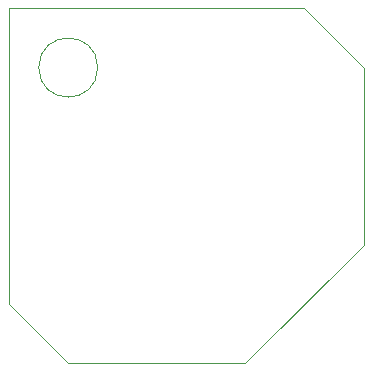
<source format=gbr>
%TF.GenerationSoftware,KiCad,Pcbnew,(5.1.9-0-10_14)*%
%TF.CreationDate,2021-04-10T21:21:16-04:00*%
%TF.ProjectId,Hexo,4865786f-2e6b-4696-9361-645f70636258,1*%
%TF.SameCoordinates,Original*%
%TF.FileFunction,Profile,NP*%
%FSLAX46Y46*%
G04 Gerber Fmt 4.6, Leading zero omitted, Abs format (unit mm)*
G04 Created by KiCad (PCBNEW (5.1.9-0-10_14)) date 2021-04-10 21:21:16*
%MOMM*%
%LPD*%
G01*
G04 APERTURE LIST*
%TA.AperFunction,Profile*%
%ADD10C,0.050000*%
%TD*%
G04 APERTURE END LIST*
D10*
X143380880Y-86009000D02*
G75*
G03*
X143380880Y-86009000I-2500000J0D01*
G01*
X135880880Y-106009000D02*
X135880880Y-81009000D01*
X165880880Y-101009000D02*
X155880880Y-111009000D01*
X140880880Y-111009000D02*
X135880880Y-106009000D01*
X155880880Y-111009000D02*
X140880880Y-111009000D01*
X135880880Y-81009000D02*
X160880880Y-81009000D01*
X165880880Y-86009000D02*
X165880880Y-101009000D01*
X160880880Y-81009000D02*
X165880880Y-86009000D01*
M02*

</source>
